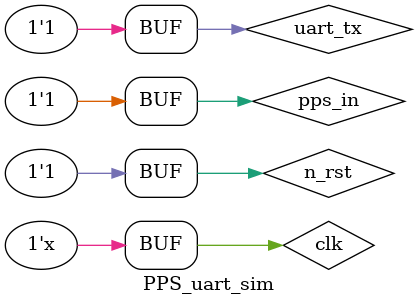
<source format=v>
`timescale 1ns / 1ps


module PPS_uart_sim(

    );
    reg pps_in;
    reg n_rst;
    reg clk;
    reg uart_tx;
    wire uart_rx;
    wire pps_outlidar;
    wire pps_outsoc;
    wire pps_outcamera1;
    wire pps_outcamera2;
    wire pwm_sig1;
    wire pwm_sig2;
    
    initial begin 
     pps_in =1'b0;
     clk =1'b0;
     n_rst =1'b0;
     uart_tx =1'b1;
     #10
       n_rst =1'b1;
       
 
    end 
   always #10 clk = ~clk;
   always begin 
     pps_in =0;#500000;
     pps_in =1;#1000;
     
     end
 PPS_delay_Uart#
(
	.CLK_FRE(50)      //clock frequency(Mhz)
)pps_test
(
    .PPS_in(pps_in),                   //input origin pps                 
    .sys_clk(clk),                    //
    .rst_n(n_rst),
    .uart_rx(uart_tx),
    .uart_tx(uart_rx),
    //input[7:0] Delay_ms_from,            //delay request
    .PPS_out_lidar(pps_outlidar),
    .PPS_out_soc(pps_outsoc),
    .PPS_out_camera1(pps_outcamera1),
    .PWM_sig1(pwm_sig1),
    .PWM_sig2(pwm_sig2),   
    .PPS_out_camera2(pps_outcamera2)      
    );
endmodule

</source>
